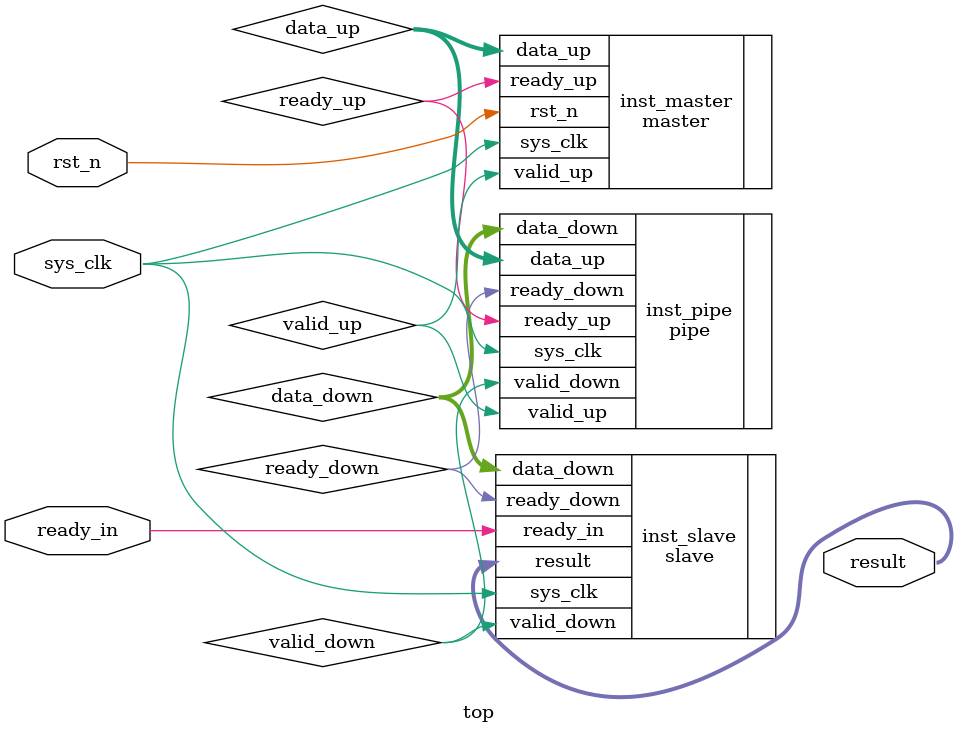
<source format=v>
module top
(
    input wire        sys_clk,
    input wire        rst_n,
    input wire        ready_in,

    output wire [2:0] result
);

wire       valid_up;
wire       valid_down;
wire       ready_down;
wire       ready_up;
wire [2:0] data_up;
wire [2:0] data_down;


master inst_master
(
    .sys_clk (sys_clk),
    .rst_n   (rst_n),
    .ready_up(ready_up),

    .valid_up(valid_up),
    .data_up (data_up) 
);


pipe inst_pipe
(
    .sys_clk   (sys_clk),
    .valid_up  (valid_up),
    .data_up   (data_up),
    .ready_down(ready_down),

    .ready_up  (ready_up),
    .valid_down(valid_down),
    .data_down (data_down)
);


slave inst_slave
(
    .sys_clk   (sys_clk),
    .ready_in  (ready_in),
    .valid_down(valid_down),
    .data_down (data_down),


    .ready_down(ready_down),
    .result    (result)
);


endmodule
</source>
